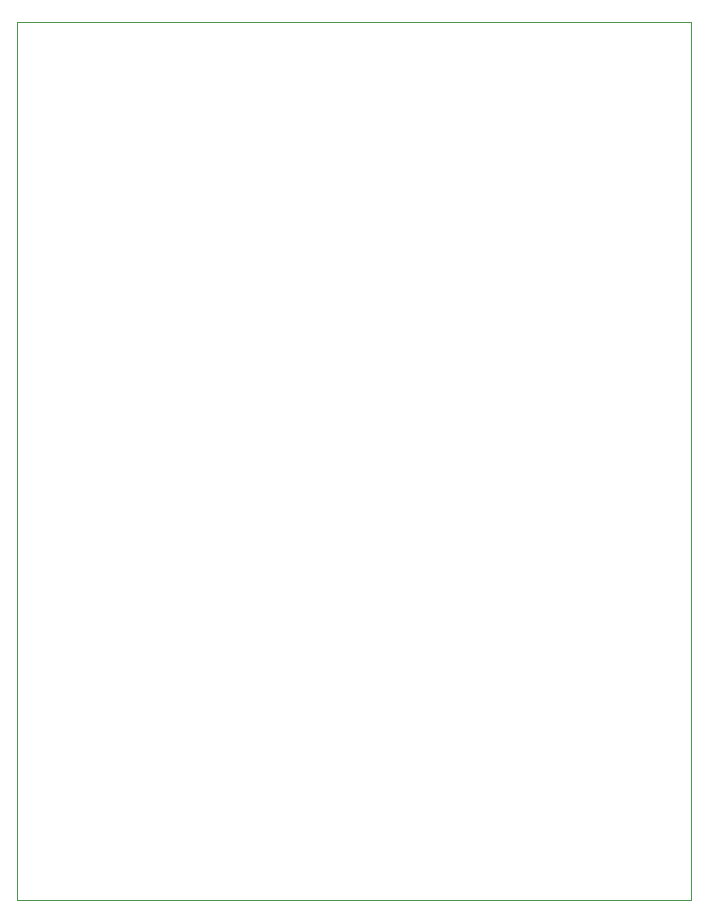
<source format=gbr>
%TF.GenerationSoftware,KiCad,Pcbnew,9.0.6*%
%TF.CreationDate,2025-12-05T22:26:19+05:30*%
%TF.ProjectId,MacropadHACKYEahh,4d616372-6f70-4616-9448-41434b594561,rev?*%
%TF.SameCoordinates,Original*%
%TF.FileFunction,Profile,NP*%
%FSLAX46Y46*%
G04 Gerber Fmt 4.6, Leading zero omitted, Abs format (unit mm)*
G04 Created by KiCad (PCBNEW 9.0.6) date 2025-12-05 22:26:19*
%MOMM*%
%LPD*%
G01*
G04 APERTURE LIST*
%TA.AperFunction,Profile*%
%ADD10C,0.050000*%
%TD*%
G04 APERTURE END LIST*
D10*
X139000000Y-60900000D02*
X196050000Y-60900000D01*
X196050000Y-135200000D01*
X139000000Y-135200000D01*
X139000000Y-60900000D01*
M02*

</source>
